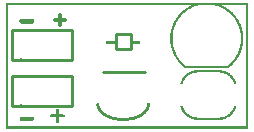
<source format=gto>
G04 MADE WITH FRITZING*
G04 WWW.FRITZING.ORG*
G04 DOUBLE SIDED*
G04 HOLES PLATED*
G04 CONTOUR ON CENTER OF CONTOUR VECTOR*
%ASAXBY*%
%FSLAX23Y23*%
%MOIN*%
%OFA0B0*%
%SFA1.0B1.0*%
%ADD10C,0.008000*%
%ADD11C,0.010000*%
%ADD12R,0.001000X0.001000*%
%LNSILK1*%
G90*
G70*
G54D10*
X635Y192D02*
X714Y192D01*
D02*
X714Y34D02*
X635Y34D01*
G54D11*
D02*
X323Y190D02*
X463Y190D01*
D02*
X415Y265D02*
X365Y265D01*
D02*
X365Y265D02*
X365Y315D01*
D02*
X365Y315D02*
X415Y315D01*
D02*
X415Y315D02*
X415Y265D01*
D02*
X18Y76D02*
X218Y76D01*
D02*
X218Y76D02*
X218Y176D01*
D02*
X218Y176D02*
X18Y176D01*
D02*
X18Y176D02*
X18Y76D01*
D02*
X20Y230D02*
X220Y230D01*
D02*
X220Y230D02*
X220Y330D01*
D02*
X220Y330D02*
X20Y330D01*
D02*
X20Y330D02*
X20Y230D01*
G54D12*
X0Y421D02*
X807Y421D01*
X0Y420D02*
X807Y420D01*
X0Y419D02*
X807Y419D01*
X0Y418D02*
X807Y418D01*
X0Y417D02*
X807Y417D01*
X0Y416D02*
X807Y416D01*
X0Y415D02*
X807Y415D01*
X0Y414D02*
X807Y414D01*
X0Y413D02*
X7Y413D01*
X620Y413D02*
X645Y413D01*
X693Y413D02*
X717Y413D01*
X800Y413D02*
X807Y413D01*
X0Y412D02*
X7Y412D01*
X618Y412D02*
X640Y412D01*
X697Y412D02*
X719Y412D01*
X800Y412D02*
X807Y412D01*
X0Y411D02*
X7Y411D01*
X616Y411D02*
X636Y411D01*
X701Y411D02*
X721Y411D01*
X800Y411D02*
X807Y411D01*
X0Y410D02*
X7Y410D01*
X614Y410D02*
X633Y410D01*
X704Y410D02*
X723Y410D01*
X800Y410D02*
X807Y410D01*
X0Y409D02*
X7Y409D01*
X612Y409D02*
X630Y409D01*
X707Y409D02*
X725Y409D01*
X800Y409D02*
X807Y409D01*
X0Y408D02*
X7Y408D01*
X610Y408D02*
X627Y408D01*
X709Y408D02*
X727Y408D01*
X800Y408D02*
X807Y408D01*
X0Y407D02*
X7Y407D01*
X608Y407D02*
X625Y407D01*
X712Y407D02*
X729Y407D01*
X800Y407D02*
X807Y407D01*
X0Y406D02*
X7Y406D01*
X606Y406D02*
X622Y406D01*
X714Y406D02*
X730Y406D01*
X800Y406D02*
X807Y406D01*
X0Y405D02*
X7Y405D01*
X605Y405D02*
X620Y405D01*
X717Y405D02*
X732Y405D01*
X800Y405D02*
X807Y405D01*
X0Y404D02*
X7Y404D01*
X603Y404D02*
X618Y404D01*
X719Y404D02*
X734Y404D01*
X800Y404D02*
X807Y404D01*
X0Y403D02*
X7Y403D01*
X602Y403D02*
X616Y403D01*
X721Y403D02*
X735Y403D01*
X800Y403D02*
X807Y403D01*
X0Y402D02*
X7Y402D01*
X600Y402D02*
X614Y402D01*
X723Y402D02*
X737Y402D01*
X800Y402D02*
X807Y402D01*
X0Y401D02*
X7Y401D01*
X599Y401D02*
X612Y401D01*
X724Y401D02*
X738Y401D01*
X800Y401D02*
X807Y401D01*
X0Y400D02*
X7Y400D01*
X597Y400D02*
X610Y400D01*
X726Y400D02*
X740Y400D01*
X800Y400D02*
X807Y400D01*
X0Y399D02*
X7Y399D01*
X596Y399D02*
X609Y399D01*
X728Y399D02*
X741Y399D01*
X800Y399D02*
X807Y399D01*
X0Y398D02*
X7Y398D01*
X595Y398D02*
X607Y398D01*
X729Y398D02*
X742Y398D01*
X800Y398D02*
X807Y398D01*
X0Y397D02*
X7Y397D01*
X593Y397D02*
X606Y397D01*
X731Y397D02*
X743Y397D01*
X800Y397D02*
X807Y397D01*
X0Y396D02*
X7Y396D01*
X592Y396D02*
X604Y396D01*
X733Y396D02*
X745Y396D01*
X800Y396D02*
X807Y396D01*
X0Y395D02*
X7Y395D01*
X591Y395D02*
X603Y395D01*
X734Y395D02*
X746Y395D01*
X800Y395D02*
X807Y395D01*
X0Y394D02*
X7Y394D01*
X590Y394D02*
X601Y394D01*
X735Y394D02*
X747Y394D01*
X800Y394D02*
X807Y394D01*
X0Y393D02*
X7Y393D01*
X588Y393D02*
X600Y393D01*
X737Y393D02*
X748Y393D01*
X800Y393D02*
X807Y393D01*
X0Y392D02*
X7Y392D01*
X587Y392D02*
X599Y392D01*
X738Y392D02*
X749Y392D01*
X800Y392D02*
X807Y392D01*
X0Y391D02*
X7Y391D01*
X586Y391D02*
X597Y391D01*
X739Y391D02*
X751Y391D01*
X800Y391D02*
X807Y391D01*
X0Y390D02*
X7Y390D01*
X585Y390D02*
X596Y390D01*
X741Y390D02*
X752Y390D01*
X800Y390D02*
X807Y390D01*
X0Y389D02*
X7Y389D01*
X584Y389D02*
X595Y389D01*
X742Y389D02*
X753Y389D01*
X800Y389D02*
X807Y389D01*
X0Y388D02*
X7Y388D01*
X583Y388D02*
X594Y388D01*
X743Y388D02*
X754Y388D01*
X800Y388D02*
X807Y388D01*
X0Y387D02*
X7Y387D01*
X177Y387D02*
X181Y387D01*
X582Y387D02*
X592Y387D01*
X744Y387D02*
X755Y387D01*
X800Y387D02*
X807Y387D01*
X0Y386D02*
X7Y386D01*
X176Y386D02*
X182Y386D01*
X581Y386D02*
X591Y386D01*
X745Y386D02*
X756Y386D01*
X800Y386D02*
X807Y386D01*
X0Y385D02*
X7Y385D01*
X175Y385D02*
X183Y385D01*
X580Y385D02*
X590Y385D01*
X746Y385D02*
X757Y385D01*
X800Y385D02*
X807Y385D01*
X0Y384D02*
X7Y384D01*
X175Y384D02*
X183Y384D01*
X579Y384D02*
X589Y384D01*
X748Y384D02*
X757Y384D01*
X800Y384D02*
X807Y384D01*
X0Y383D02*
X7Y383D01*
X174Y383D02*
X183Y383D01*
X578Y383D02*
X588Y383D01*
X749Y383D02*
X758Y383D01*
X800Y383D02*
X807Y383D01*
X0Y382D02*
X7Y382D01*
X174Y382D02*
X184Y382D01*
X577Y382D02*
X587Y382D01*
X750Y382D02*
X759Y382D01*
X800Y382D02*
X807Y382D01*
X0Y381D02*
X7Y381D01*
X174Y381D02*
X184Y381D01*
X577Y381D02*
X586Y381D01*
X751Y381D02*
X760Y381D01*
X800Y381D02*
X807Y381D01*
X0Y380D02*
X7Y380D01*
X174Y380D02*
X184Y380D01*
X576Y380D02*
X585Y380D01*
X752Y380D02*
X761Y380D01*
X800Y380D02*
X807Y380D01*
X0Y379D02*
X7Y379D01*
X174Y379D02*
X184Y379D01*
X575Y379D02*
X584Y379D01*
X752Y379D02*
X762Y379D01*
X800Y379D02*
X807Y379D01*
X0Y378D02*
X7Y378D01*
X174Y378D02*
X184Y378D01*
X574Y378D02*
X583Y378D01*
X753Y378D02*
X763Y378D01*
X800Y378D02*
X807Y378D01*
X0Y377D02*
X7Y377D01*
X174Y377D02*
X184Y377D01*
X573Y377D02*
X583Y377D01*
X754Y377D02*
X764Y377D01*
X800Y377D02*
X807Y377D01*
X0Y376D02*
X7Y376D01*
X174Y376D02*
X184Y376D01*
X572Y376D02*
X582Y376D01*
X755Y376D02*
X764Y376D01*
X800Y376D02*
X807Y376D01*
X0Y375D02*
X7Y375D01*
X174Y375D02*
X184Y375D01*
X572Y375D02*
X581Y375D01*
X756Y375D02*
X765Y375D01*
X800Y375D02*
X807Y375D01*
X0Y374D02*
X7Y374D01*
X174Y374D02*
X184Y374D01*
X571Y374D02*
X580Y374D01*
X757Y374D02*
X766Y374D01*
X800Y374D02*
X807Y374D01*
X0Y373D02*
X7Y373D01*
X174Y373D02*
X184Y373D01*
X570Y373D02*
X579Y373D01*
X758Y373D02*
X767Y373D01*
X800Y373D02*
X807Y373D01*
X0Y372D02*
X7Y372D01*
X174Y372D02*
X184Y372D01*
X570Y372D02*
X578Y372D01*
X759Y372D02*
X767Y372D01*
X800Y372D02*
X807Y372D01*
X0Y371D02*
X7Y371D01*
X174Y371D02*
X184Y371D01*
X569Y371D02*
X578Y371D01*
X759Y371D02*
X768Y371D01*
X800Y371D02*
X807Y371D01*
X0Y370D02*
X7Y370D01*
X174Y370D02*
X184Y370D01*
X568Y370D02*
X577Y370D01*
X760Y370D02*
X769Y370D01*
X800Y370D02*
X807Y370D01*
X0Y369D02*
X7Y369D01*
X174Y369D02*
X184Y369D01*
X567Y369D02*
X576Y369D01*
X761Y369D02*
X769Y369D01*
X800Y369D02*
X807Y369D01*
X0Y368D02*
X7Y368D01*
X160Y368D02*
X198Y368D01*
X567Y368D02*
X575Y368D01*
X762Y368D02*
X770Y368D01*
X800Y368D02*
X807Y368D01*
X0Y367D02*
X7Y367D01*
X157Y367D02*
X201Y367D01*
X566Y367D02*
X575Y367D01*
X762Y367D02*
X771Y367D01*
X800Y367D02*
X807Y367D01*
X0Y366D02*
X7Y366D01*
X48Y366D02*
X90Y366D01*
X156Y366D02*
X202Y366D01*
X566Y366D02*
X574Y366D01*
X763Y366D02*
X771Y366D01*
X800Y366D02*
X807Y366D01*
X0Y365D02*
X7Y365D01*
X46Y365D02*
X91Y365D01*
X155Y365D02*
X203Y365D01*
X565Y365D02*
X573Y365D01*
X764Y365D02*
X772Y365D01*
X800Y365D02*
X807Y365D01*
X0Y364D02*
X7Y364D01*
X45Y364D02*
X92Y364D01*
X155Y364D02*
X203Y364D01*
X564Y364D02*
X573Y364D01*
X764Y364D02*
X772Y364D01*
X800Y364D02*
X807Y364D01*
X0Y363D02*
X7Y363D01*
X45Y363D02*
X93Y363D01*
X155Y363D02*
X203Y363D01*
X564Y363D02*
X572Y363D01*
X765Y363D02*
X773Y363D01*
X800Y363D02*
X807Y363D01*
X0Y362D02*
X7Y362D01*
X44Y362D02*
X93Y362D01*
X155Y362D02*
X203Y362D01*
X563Y362D02*
X571Y362D01*
X766Y362D02*
X774Y362D01*
X800Y362D02*
X807Y362D01*
X0Y361D02*
X7Y361D01*
X44Y361D02*
X93Y361D01*
X155Y361D02*
X203Y361D01*
X563Y361D02*
X571Y361D01*
X766Y361D02*
X774Y361D01*
X800Y361D02*
X807Y361D01*
X0Y360D02*
X7Y360D01*
X44Y360D02*
X93Y360D01*
X156Y360D02*
X202Y360D01*
X562Y360D02*
X570Y360D01*
X767Y360D02*
X775Y360D01*
X800Y360D02*
X807Y360D01*
X0Y359D02*
X7Y359D01*
X44Y359D02*
X93Y359D01*
X157Y359D02*
X201Y359D01*
X561Y359D02*
X569Y359D01*
X767Y359D02*
X775Y359D01*
X800Y359D02*
X807Y359D01*
X0Y358D02*
X7Y358D01*
X44Y358D02*
X93Y358D01*
X159Y358D02*
X199Y358D01*
X561Y358D02*
X569Y358D01*
X768Y358D02*
X776Y358D01*
X800Y358D02*
X807Y358D01*
X0Y357D02*
X7Y357D01*
X44Y357D02*
X93Y357D01*
X174Y357D02*
X184Y357D01*
X560Y357D02*
X568Y357D01*
X769Y357D02*
X776Y357D01*
X800Y357D02*
X807Y357D01*
X0Y356D02*
X7Y356D01*
X45Y356D02*
X93Y356D01*
X174Y356D02*
X184Y356D01*
X560Y356D02*
X568Y356D01*
X769Y356D02*
X777Y356D01*
X800Y356D02*
X807Y356D01*
X0Y355D02*
X7Y355D01*
X45Y355D02*
X93Y355D01*
X174Y355D02*
X184Y355D01*
X559Y355D02*
X567Y355D01*
X770Y355D02*
X777Y355D01*
X800Y355D02*
X807Y355D01*
X0Y354D02*
X7Y354D01*
X45Y354D02*
X92Y354D01*
X174Y354D02*
X184Y354D01*
X559Y354D02*
X567Y354D01*
X770Y354D02*
X778Y354D01*
X800Y354D02*
X807Y354D01*
X0Y353D02*
X7Y353D01*
X46Y353D02*
X91Y353D01*
X174Y353D02*
X184Y353D01*
X558Y353D02*
X566Y353D01*
X771Y353D02*
X778Y353D01*
X800Y353D02*
X807Y353D01*
X0Y352D02*
X7Y352D01*
X49Y352D02*
X88Y352D01*
X174Y352D02*
X184Y352D01*
X558Y352D02*
X566Y352D01*
X771Y352D02*
X779Y352D01*
X800Y352D02*
X807Y352D01*
X0Y351D02*
X7Y351D01*
X174Y351D02*
X184Y351D01*
X558Y351D02*
X565Y351D01*
X772Y351D02*
X779Y351D01*
X800Y351D02*
X807Y351D01*
X0Y350D02*
X7Y350D01*
X174Y350D02*
X184Y350D01*
X557Y350D02*
X565Y350D01*
X772Y350D02*
X780Y350D01*
X800Y350D02*
X807Y350D01*
X0Y349D02*
X7Y349D01*
X174Y349D02*
X184Y349D01*
X557Y349D02*
X564Y349D01*
X773Y349D02*
X780Y349D01*
X800Y349D02*
X807Y349D01*
X0Y348D02*
X7Y348D01*
X174Y348D02*
X184Y348D01*
X556Y348D02*
X564Y348D01*
X773Y348D02*
X781Y348D01*
X800Y348D02*
X807Y348D01*
X0Y347D02*
X7Y347D01*
X174Y347D02*
X184Y347D01*
X556Y347D02*
X563Y347D01*
X774Y347D02*
X781Y347D01*
X800Y347D02*
X807Y347D01*
X0Y346D02*
X7Y346D01*
X174Y346D02*
X184Y346D01*
X555Y346D02*
X563Y346D01*
X774Y346D02*
X781Y346D01*
X800Y346D02*
X807Y346D01*
X0Y345D02*
X7Y345D01*
X174Y345D02*
X184Y345D01*
X555Y345D02*
X562Y345D01*
X774Y345D02*
X782Y345D01*
X800Y345D02*
X807Y345D01*
X0Y344D02*
X7Y344D01*
X174Y344D02*
X184Y344D01*
X555Y344D02*
X562Y344D01*
X775Y344D02*
X782Y344D01*
X800Y344D02*
X807Y344D01*
X0Y343D02*
X7Y343D01*
X174Y343D02*
X183Y343D01*
X554Y343D02*
X562Y343D01*
X775Y343D02*
X782Y343D01*
X800Y343D02*
X807Y343D01*
X0Y342D02*
X7Y342D01*
X175Y342D02*
X183Y342D01*
X554Y342D02*
X561Y342D01*
X776Y342D02*
X783Y342D01*
X800Y342D02*
X807Y342D01*
X0Y341D02*
X7Y341D01*
X175Y341D02*
X183Y341D01*
X554Y341D02*
X561Y341D01*
X776Y341D02*
X783Y341D01*
X800Y341D02*
X807Y341D01*
X0Y340D02*
X7Y340D01*
X176Y340D02*
X182Y340D01*
X553Y340D02*
X560Y340D01*
X776Y340D02*
X784Y340D01*
X800Y340D02*
X807Y340D01*
X0Y339D02*
X7Y339D01*
X177Y339D02*
X181Y339D01*
X553Y339D02*
X560Y339D01*
X777Y339D02*
X784Y339D01*
X800Y339D02*
X807Y339D01*
X0Y338D02*
X7Y338D01*
X553Y338D02*
X560Y338D01*
X777Y338D02*
X784Y338D01*
X800Y338D02*
X807Y338D01*
X0Y337D02*
X7Y337D01*
X552Y337D02*
X559Y337D01*
X777Y337D02*
X784Y337D01*
X800Y337D02*
X807Y337D01*
X0Y336D02*
X7Y336D01*
X552Y336D02*
X559Y336D01*
X778Y336D02*
X785Y336D01*
X800Y336D02*
X807Y336D01*
X0Y335D02*
X7Y335D01*
X552Y335D02*
X559Y335D01*
X778Y335D02*
X785Y335D01*
X800Y335D02*
X807Y335D01*
X0Y334D02*
X7Y334D01*
X551Y334D02*
X558Y334D01*
X778Y334D02*
X785Y334D01*
X800Y334D02*
X807Y334D01*
X0Y333D02*
X7Y333D01*
X551Y333D02*
X558Y333D01*
X779Y333D02*
X786Y333D01*
X800Y333D02*
X807Y333D01*
X0Y332D02*
X7Y332D01*
X551Y332D02*
X558Y332D01*
X779Y332D02*
X786Y332D01*
X800Y332D02*
X807Y332D01*
X0Y331D02*
X7Y331D01*
X551Y331D02*
X558Y331D01*
X779Y331D02*
X786Y331D01*
X800Y331D02*
X807Y331D01*
X0Y330D02*
X7Y330D01*
X550Y330D02*
X557Y330D01*
X779Y330D02*
X786Y330D01*
X800Y330D02*
X807Y330D01*
X0Y329D02*
X7Y329D01*
X550Y329D02*
X557Y329D01*
X780Y329D02*
X787Y329D01*
X800Y329D02*
X807Y329D01*
X0Y328D02*
X7Y328D01*
X550Y328D02*
X557Y328D01*
X780Y328D02*
X787Y328D01*
X800Y328D02*
X807Y328D01*
X0Y327D02*
X7Y327D01*
X550Y327D02*
X557Y327D01*
X780Y327D02*
X787Y327D01*
X800Y327D02*
X807Y327D01*
X0Y326D02*
X7Y326D01*
X550Y326D02*
X556Y326D01*
X780Y326D02*
X787Y326D01*
X800Y326D02*
X807Y326D01*
X0Y325D02*
X7Y325D01*
X549Y325D02*
X556Y325D01*
X780Y325D02*
X788Y325D01*
X800Y325D02*
X807Y325D01*
X0Y324D02*
X7Y324D01*
X549Y324D02*
X556Y324D01*
X781Y324D02*
X788Y324D01*
X800Y324D02*
X807Y324D01*
X0Y323D02*
X7Y323D01*
X549Y323D02*
X556Y323D01*
X781Y323D02*
X788Y323D01*
X800Y323D02*
X807Y323D01*
X0Y322D02*
X7Y322D01*
X549Y322D02*
X556Y322D01*
X781Y322D02*
X788Y322D01*
X800Y322D02*
X807Y322D01*
X0Y321D02*
X7Y321D01*
X549Y321D02*
X555Y321D01*
X781Y321D02*
X788Y321D01*
X800Y321D02*
X807Y321D01*
X0Y320D02*
X7Y320D01*
X548Y320D02*
X555Y320D01*
X781Y320D02*
X788Y320D01*
X800Y320D02*
X807Y320D01*
X0Y319D02*
X7Y319D01*
X548Y319D02*
X555Y319D01*
X782Y319D02*
X789Y319D01*
X800Y319D02*
X807Y319D01*
X0Y318D02*
X7Y318D01*
X548Y318D02*
X555Y318D01*
X782Y318D02*
X789Y318D01*
X800Y318D02*
X807Y318D01*
X0Y317D02*
X7Y317D01*
X548Y317D02*
X555Y317D01*
X782Y317D02*
X789Y317D01*
X800Y317D02*
X807Y317D01*
X0Y316D02*
X7Y316D01*
X548Y316D02*
X555Y316D01*
X782Y316D02*
X789Y316D01*
X800Y316D02*
X807Y316D01*
X0Y315D02*
X7Y315D01*
X548Y315D02*
X555Y315D01*
X782Y315D02*
X789Y315D01*
X800Y315D02*
X807Y315D01*
X0Y314D02*
X7Y314D01*
X548Y314D02*
X554Y314D01*
X782Y314D02*
X789Y314D01*
X800Y314D02*
X807Y314D01*
X0Y313D02*
X7Y313D01*
X548Y313D02*
X554Y313D01*
X782Y313D02*
X789Y313D01*
X800Y313D02*
X807Y313D01*
X0Y312D02*
X7Y312D01*
X547Y312D02*
X554Y312D01*
X782Y312D02*
X789Y312D01*
X800Y312D02*
X807Y312D01*
X0Y311D02*
X7Y311D01*
X547Y311D02*
X554Y311D01*
X783Y311D02*
X789Y311D01*
X800Y311D02*
X807Y311D01*
X0Y310D02*
X7Y310D01*
X547Y310D02*
X554Y310D01*
X783Y310D02*
X790Y310D01*
X800Y310D02*
X807Y310D01*
X0Y309D02*
X7Y309D01*
X547Y309D02*
X554Y309D01*
X783Y309D02*
X790Y309D01*
X800Y309D02*
X807Y309D01*
X0Y308D02*
X7Y308D01*
X547Y308D02*
X554Y308D01*
X783Y308D02*
X790Y308D01*
X800Y308D02*
X807Y308D01*
X0Y307D02*
X7Y307D01*
X547Y307D02*
X554Y307D01*
X783Y307D02*
X790Y307D01*
X800Y307D02*
X807Y307D01*
X0Y306D02*
X7Y306D01*
X547Y306D02*
X554Y306D01*
X783Y306D02*
X790Y306D01*
X800Y306D02*
X807Y306D01*
X0Y305D02*
X7Y305D01*
X547Y305D02*
X554Y305D01*
X783Y305D02*
X790Y305D01*
X800Y305D02*
X807Y305D01*
X0Y304D02*
X7Y304D01*
X547Y304D02*
X554Y304D01*
X783Y304D02*
X790Y304D01*
X800Y304D02*
X807Y304D01*
X0Y303D02*
X7Y303D01*
X547Y303D02*
X554Y303D01*
X783Y303D02*
X790Y303D01*
X800Y303D02*
X807Y303D01*
X0Y302D02*
X7Y302D01*
X547Y302D02*
X554Y302D01*
X783Y302D02*
X790Y302D01*
X800Y302D02*
X807Y302D01*
X0Y301D02*
X7Y301D01*
X547Y301D02*
X554Y301D01*
X783Y301D02*
X790Y301D01*
X800Y301D02*
X807Y301D01*
X0Y300D02*
X7Y300D01*
X547Y300D02*
X554Y300D01*
X783Y300D02*
X790Y300D01*
X800Y300D02*
X807Y300D01*
X0Y299D02*
X7Y299D01*
X547Y299D02*
X554Y299D01*
X783Y299D02*
X790Y299D01*
X800Y299D02*
X807Y299D01*
X0Y298D02*
X7Y298D01*
X547Y298D02*
X554Y298D01*
X783Y298D02*
X790Y298D01*
X800Y298D02*
X807Y298D01*
X0Y297D02*
X7Y297D01*
X547Y297D02*
X554Y297D01*
X783Y297D02*
X790Y297D01*
X800Y297D02*
X807Y297D01*
X0Y296D02*
X7Y296D01*
X547Y296D02*
X554Y296D01*
X783Y296D02*
X790Y296D01*
X800Y296D02*
X807Y296D01*
X0Y295D02*
X7Y295D01*
X547Y295D02*
X554Y295D01*
X783Y295D02*
X790Y295D01*
X800Y295D02*
X807Y295D01*
X0Y294D02*
X7Y294D01*
X332Y294D02*
X364Y294D01*
X415Y294D02*
X446Y294D01*
X547Y294D02*
X554Y294D01*
X783Y294D02*
X790Y294D01*
X800Y294D02*
X807Y294D01*
X0Y293D02*
X7Y293D01*
X332Y293D02*
X364Y293D01*
X415Y293D02*
X446Y293D01*
X547Y293D02*
X554Y293D01*
X783Y293D02*
X790Y293D01*
X800Y293D02*
X807Y293D01*
X0Y292D02*
X7Y292D01*
X332Y292D02*
X364Y292D01*
X415Y292D02*
X446Y292D01*
X547Y292D02*
X554Y292D01*
X783Y292D02*
X789Y292D01*
X800Y292D02*
X807Y292D01*
X0Y291D02*
X7Y291D01*
X332Y291D02*
X364Y291D01*
X415Y291D02*
X446Y291D01*
X547Y291D02*
X554Y291D01*
X783Y291D02*
X789Y291D01*
X800Y291D02*
X807Y291D01*
X0Y290D02*
X7Y290D01*
X332Y290D02*
X364Y290D01*
X415Y290D02*
X446Y290D01*
X547Y290D02*
X554Y290D01*
X782Y290D02*
X789Y290D01*
X800Y290D02*
X807Y290D01*
X0Y289D02*
X7Y289D01*
X332Y289D02*
X364Y289D01*
X415Y289D02*
X446Y289D01*
X548Y289D02*
X554Y289D01*
X782Y289D02*
X789Y289D01*
X800Y289D02*
X807Y289D01*
X0Y288D02*
X7Y288D01*
X332Y288D02*
X364Y288D01*
X415Y288D02*
X446Y288D01*
X548Y288D02*
X555Y288D01*
X782Y288D02*
X789Y288D01*
X800Y288D02*
X807Y288D01*
X0Y287D02*
X7Y287D01*
X332Y287D02*
X364Y287D01*
X415Y287D02*
X446Y287D01*
X548Y287D02*
X555Y287D01*
X782Y287D02*
X789Y287D01*
X800Y287D02*
X807Y287D01*
X0Y286D02*
X7Y286D01*
X332Y286D02*
X364Y286D01*
X415Y286D02*
X446Y286D01*
X548Y286D02*
X555Y286D01*
X782Y286D02*
X789Y286D01*
X800Y286D02*
X807Y286D01*
X0Y285D02*
X7Y285D01*
X332Y285D02*
X364Y285D01*
X415Y285D02*
X446Y285D01*
X548Y285D02*
X555Y285D01*
X782Y285D02*
X789Y285D01*
X800Y285D02*
X807Y285D01*
X0Y284D02*
X7Y284D01*
X548Y284D02*
X555Y284D01*
X782Y284D02*
X789Y284D01*
X800Y284D02*
X807Y284D01*
X0Y283D02*
X7Y283D01*
X548Y283D02*
X555Y283D01*
X782Y283D02*
X788Y283D01*
X800Y283D02*
X807Y283D01*
X0Y282D02*
X7Y282D01*
X549Y282D02*
X555Y282D01*
X781Y282D02*
X788Y282D01*
X800Y282D02*
X807Y282D01*
X0Y281D02*
X7Y281D01*
X549Y281D02*
X556Y281D01*
X781Y281D02*
X788Y281D01*
X800Y281D02*
X807Y281D01*
X0Y280D02*
X7Y280D01*
X549Y280D02*
X556Y280D01*
X781Y280D02*
X788Y280D01*
X800Y280D02*
X807Y280D01*
X0Y279D02*
X7Y279D01*
X549Y279D02*
X556Y279D01*
X781Y279D02*
X788Y279D01*
X800Y279D02*
X807Y279D01*
X0Y278D02*
X7Y278D01*
X549Y278D02*
X556Y278D01*
X781Y278D02*
X788Y278D01*
X800Y278D02*
X807Y278D01*
X0Y277D02*
X7Y277D01*
X549Y277D02*
X556Y277D01*
X780Y277D02*
X787Y277D01*
X800Y277D02*
X807Y277D01*
X0Y276D02*
X7Y276D01*
X550Y276D02*
X557Y276D01*
X780Y276D02*
X787Y276D01*
X800Y276D02*
X807Y276D01*
X0Y275D02*
X7Y275D01*
X550Y275D02*
X557Y275D01*
X780Y275D02*
X787Y275D01*
X800Y275D02*
X807Y275D01*
X0Y274D02*
X7Y274D01*
X550Y274D02*
X557Y274D01*
X780Y274D02*
X787Y274D01*
X800Y274D02*
X807Y274D01*
X0Y273D02*
X7Y273D01*
X550Y273D02*
X557Y273D01*
X779Y273D02*
X786Y273D01*
X800Y273D02*
X807Y273D01*
X0Y272D02*
X7Y272D01*
X551Y272D02*
X558Y272D01*
X779Y272D02*
X786Y272D01*
X800Y272D02*
X807Y272D01*
X0Y271D02*
X7Y271D01*
X551Y271D02*
X558Y271D01*
X779Y271D02*
X786Y271D01*
X800Y271D02*
X807Y271D01*
X0Y270D02*
X7Y270D01*
X551Y270D02*
X558Y270D01*
X779Y270D02*
X786Y270D01*
X800Y270D02*
X807Y270D01*
X0Y269D02*
X7Y269D01*
X551Y269D02*
X558Y269D01*
X778Y269D02*
X785Y269D01*
X800Y269D02*
X807Y269D01*
X0Y268D02*
X7Y268D01*
X552Y268D02*
X559Y268D01*
X778Y268D02*
X785Y268D01*
X800Y268D02*
X807Y268D01*
X0Y267D02*
X7Y267D01*
X552Y267D02*
X559Y267D01*
X778Y267D02*
X785Y267D01*
X800Y267D02*
X807Y267D01*
X0Y266D02*
X7Y266D01*
X21Y266D02*
X21Y266D01*
X552Y266D02*
X559Y266D01*
X777Y266D02*
X785Y266D01*
X800Y266D02*
X807Y266D01*
X0Y265D02*
X7Y265D01*
X20Y265D02*
X22Y265D01*
X553Y265D02*
X560Y265D01*
X777Y265D02*
X784Y265D01*
X800Y265D02*
X807Y265D01*
X0Y264D02*
X7Y264D01*
X19Y264D02*
X23Y264D01*
X553Y264D02*
X560Y264D01*
X777Y264D02*
X784Y264D01*
X800Y264D02*
X807Y264D01*
X0Y263D02*
X7Y263D01*
X19Y263D02*
X24Y263D01*
X553Y263D02*
X560Y263D01*
X776Y263D02*
X784Y263D01*
X800Y263D02*
X807Y263D01*
X0Y262D02*
X7Y262D01*
X19Y262D02*
X25Y262D01*
X553Y262D02*
X561Y262D01*
X776Y262D02*
X783Y262D01*
X800Y262D02*
X807Y262D01*
X0Y261D02*
X7Y261D01*
X20Y261D02*
X25Y261D01*
X554Y261D02*
X561Y261D01*
X776Y261D02*
X783Y261D01*
X800Y261D02*
X807Y261D01*
X0Y260D02*
X7Y260D01*
X21Y260D02*
X25Y260D01*
X554Y260D02*
X562Y260D01*
X775Y260D02*
X783Y260D01*
X800Y260D02*
X807Y260D01*
X0Y259D02*
X7Y259D01*
X22Y259D02*
X25Y259D01*
X555Y259D02*
X562Y259D01*
X775Y259D02*
X782Y259D01*
X800Y259D02*
X807Y259D01*
X0Y258D02*
X7Y258D01*
X23Y258D02*
X25Y258D01*
X555Y258D02*
X562Y258D01*
X774Y258D02*
X782Y258D01*
X800Y258D02*
X807Y258D01*
X0Y257D02*
X7Y257D01*
X24Y257D02*
X25Y257D01*
X555Y257D02*
X563Y257D01*
X774Y257D02*
X781Y257D01*
X800Y257D02*
X807Y257D01*
X0Y256D02*
X7Y256D01*
X25Y256D02*
X25Y256D01*
X556Y256D02*
X563Y256D01*
X774Y256D02*
X781Y256D01*
X800Y256D02*
X807Y256D01*
X0Y255D02*
X7Y255D01*
X556Y255D02*
X564Y255D01*
X773Y255D02*
X781Y255D01*
X800Y255D02*
X807Y255D01*
X0Y254D02*
X7Y254D01*
X557Y254D02*
X564Y254D01*
X773Y254D02*
X780Y254D01*
X800Y254D02*
X807Y254D01*
X0Y253D02*
X7Y253D01*
X557Y253D02*
X564Y253D01*
X772Y253D02*
X780Y253D01*
X800Y253D02*
X807Y253D01*
X0Y252D02*
X7Y252D01*
X557Y252D02*
X565Y252D01*
X772Y252D02*
X779Y252D01*
X800Y252D02*
X807Y252D01*
X0Y251D02*
X7Y251D01*
X558Y251D02*
X565Y251D01*
X771Y251D02*
X779Y251D01*
X800Y251D02*
X807Y251D01*
X0Y250D02*
X7Y250D01*
X558Y250D02*
X566Y250D01*
X771Y250D02*
X778Y250D01*
X800Y250D02*
X807Y250D01*
X0Y249D02*
X7Y249D01*
X559Y249D02*
X566Y249D01*
X770Y249D02*
X778Y249D01*
X800Y249D02*
X807Y249D01*
X0Y248D02*
X7Y248D01*
X559Y248D02*
X567Y248D01*
X770Y248D02*
X778Y248D01*
X800Y248D02*
X807Y248D01*
X0Y247D02*
X7Y247D01*
X560Y247D02*
X568Y247D01*
X769Y247D02*
X777Y247D01*
X800Y247D02*
X807Y247D01*
X0Y246D02*
X7Y246D01*
X560Y246D02*
X568Y246D01*
X769Y246D02*
X776Y246D01*
X800Y246D02*
X807Y246D01*
X0Y245D02*
X7Y245D01*
X561Y245D02*
X569Y245D01*
X768Y245D02*
X776Y245D01*
X800Y245D02*
X807Y245D01*
X0Y244D02*
X7Y244D01*
X561Y244D02*
X569Y244D01*
X767Y244D02*
X775Y244D01*
X800Y244D02*
X807Y244D01*
X0Y243D02*
X7Y243D01*
X562Y243D02*
X570Y243D01*
X767Y243D02*
X775Y243D01*
X800Y243D02*
X807Y243D01*
X0Y242D02*
X7Y242D01*
X562Y242D02*
X570Y242D01*
X766Y242D02*
X774Y242D01*
X800Y242D02*
X807Y242D01*
X0Y241D02*
X7Y241D01*
X563Y241D02*
X571Y241D01*
X766Y241D02*
X774Y241D01*
X800Y241D02*
X807Y241D01*
X0Y240D02*
X7Y240D01*
X564Y240D02*
X572Y240D01*
X765Y240D02*
X773Y240D01*
X800Y240D02*
X807Y240D01*
X0Y239D02*
X7Y239D01*
X564Y239D02*
X572Y239D01*
X764Y239D02*
X773Y239D01*
X800Y239D02*
X807Y239D01*
X0Y238D02*
X7Y238D01*
X565Y238D02*
X573Y238D01*
X764Y238D02*
X772Y238D01*
X800Y238D02*
X807Y238D01*
X0Y237D02*
X7Y237D01*
X565Y237D02*
X574Y237D01*
X763Y237D02*
X771Y237D01*
X800Y237D02*
X807Y237D01*
X0Y236D02*
X7Y236D01*
X566Y236D02*
X574Y236D01*
X762Y236D02*
X771Y236D01*
X800Y236D02*
X807Y236D01*
X0Y235D02*
X7Y235D01*
X46Y235D02*
X53Y235D01*
X567Y235D02*
X575Y235D01*
X762Y235D02*
X770Y235D01*
X800Y235D02*
X807Y235D01*
X0Y234D02*
X7Y234D01*
X47Y234D02*
X54Y234D01*
X567Y234D02*
X576Y234D01*
X761Y234D02*
X770Y234D01*
X800Y234D02*
X807Y234D01*
X0Y233D02*
X7Y233D01*
X48Y233D02*
X55Y233D01*
X568Y233D02*
X576Y233D01*
X760Y233D02*
X769Y233D01*
X800Y233D02*
X807Y233D01*
X0Y232D02*
X7Y232D01*
X49Y232D02*
X55Y232D01*
X569Y232D02*
X577Y232D01*
X759Y232D02*
X768Y232D01*
X800Y232D02*
X807Y232D01*
X0Y231D02*
X7Y231D01*
X50Y231D02*
X55Y231D01*
X569Y231D02*
X578Y231D01*
X759Y231D02*
X767Y231D01*
X800Y231D02*
X807Y231D01*
X0Y230D02*
X7Y230D01*
X51Y230D02*
X54Y230D01*
X570Y230D02*
X579Y230D01*
X758Y230D02*
X767Y230D01*
X800Y230D02*
X807Y230D01*
X0Y229D02*
X7Y229D01*
X52Y229D02*
X53Y229D01*
X571Y229D02*
X580Y229D01*
X757Y229D02*
X766Y229D01*
X800Y229D02*
X807Y229D01*
X0Y228D02*
X7Y228D01*
X572Y228D02*
X580Y228D01*
X756Y228D02*
X765Y228D01*
X800Y228D02*
X807Y228D01*
X0Y227D02*
X7Y227D01*
X572Y227D02*
X581Y227D01*
X755Y227D02*
X764Y227D01*
X800Y227D02*
X807Y227D01*
X0Y226D02*
X7Y226D01*
X573Y226D02*
X582Y226D01*
X755Y226D02*
X764Y226D01*
X800Y226D02*
X807Y226D01*
X0Y225D02*
X7Y225D01*
X574Y225D02*
X583Y225D01*
X754Y225D02*
X763Y225D01*
X800Y225D02*
X807Y225D01*
X0Y224D02*
X7Y224D01*
X575Y224D02*
X584Y224D01*
X753Y224D02*
X762Y224D01*
X800Y224D02*
X807Y224D01*
X0Y223D02*
X7Y223D01*
X576Y223D02*
X585Y223D01*
X752Y223D02*
X761Y223D01*
X800Y223D02*
X807Y223D01*
X0Y222D02*
X7Y222D01*
X576Y222D02*
X586Y222D01*
X751Y222D02*
X760Y222D01*
X800Y222D02*
X807Y222D01*
X0Y221D02*
X7Y221D01*
X577Y221D02*
X587Y221D01*
X750Y221D02*
X760Y221D01*
X800Y221D02*
X807Y221D01*
X0Y220D02*
X7Y220D01*
X578Y220D02*
X588Y220D01*
X749Y220D02*
X759Y220D01*
X800Y220D02*
X807Y220D01*
X0Y219D02*
X7Y219D01*
X579Y219D02*
X589Y219D01*
X748Y219D02*
X758Y219D01*
X800Y219D02*
X807Y219D01*
X0Y218D02*
X7Y218D01*
X580Y218D02*
X590Y218D01*
X747Y218D02*
X757Y218D01*
X800Y218D02*
X807Y218D01*
X0Y217D02*
X7Y217D01*
X581Y217D02*
X591Y217D01*
X746Y217D02*
X756Y217D01*
X800Y217D02*
X807Y217D01*
X0Y216D02*
X7Y216D01*
X582Y216D02*
X592Y216D01*
X744Y216D02*
X755Y216D01*
X800Y216D02*
X807Y216D01*
X0Y215D02*
X7Y215D01*
X583Y215D02*
X593Y215D01*
X743Y215D02*
X754Y215D01*
X800Y215D02*
X807Y215D01*
X0Y214D02*
X7Y214D01*
X584Y214D02*
X595Y214D01*
X742Y214D02*
X753Y214D01*
X800Y214D02*
X807Y214D01*
X0Y213D02*
X7Y213D01*
X585Y213D02*
X596Y213D01*
X741Y213D02*
X752Y213D01*
X800Y213D02*
X807Y213D01*
X0Y212D02*
X7Y212D01*
X586Y212D02*
X597Y212D01*
X740Y212D02*
X751Y212D01*
X800Y212D02*
X807Y212D01*
X0Y211D02*
X7Y211D01*
X587Y211D02*
X598Y211D01*
X738Y211D02*
X750Y211D01*
X800Y211D02*
X807Y211D01*
X0Y210D02*
X7Y210D01*
X588Y210D02*
X749Y210D01*
X800Y210D02*
X807Y210D01*
X0Y209D02*
X7Y209D01*
X589Y209D02*
X747Y209D01*
X800Y209D02*
X807Y209D01*
X0Y208D02*
X7Y208D01*
X590Y208D02*
X746Y208D01*
X800Y208D02*
X807Y208D01*
X0Y207D02*
X7Y207D01*
X592Y207D02*
X745Y207D01*
X800Y207D02*
X807Y207D01*
X0Y206D02*
X7Y206D01*
X593Y206D02*
X744Y206D01*
X800Y206D02*
X807Y206D01*
X0Y205D02*
X7Y205D01*
X594Y205D02*
X743Y205D01*
X800Y205D02*
X807Y205D01*
X0Y204D02*
X7Y204D01*
X596Y204D02*
X741Y204D01*
X800Y204D02*
X807Y204D01*
X0Y203D02*
X7Y203D01*
X800Y203D02*
X807Y203D01*
X0Y202D02*
X7Y202D01*
X800Y202D02*
X807Y202D01*
X0Y201D02*
X7Y201D01*
X800Y201D02*
X807Y201D01*
X0Y200D02*
X7Y200D01*
X800Y200D02*
X807Y200D01*
X0Y199D02*
X7Y199D01*
X800Y199D02*
X807Y199D01*
X0Y198D02*
X7Y198D01*
X800Y198D02*
X807Y198D01*
X0Y197D02*
X7Y197D01*
X800Y197D02*
X807Y197D01*
X0Y196D02*
X7Y196D01*
X800Y196D02*
X807Y196D01*
X0Y195D02*
X7Y195D01*
X627Y195D02*
X634Y195D01*
X714Y195D02*
X720Y195D01*
X800Y195D02*
X807Y195D01*
X0Y194D02*
X7Y194D01*
X623Y194D02*
X634Y194D01*
X714Y194D02*
X725Y194D01*
X800Y194D02*
X807Y194D01*
X0Y193D02*
X7Y193D01*
X620Y193D02*
X634Y193D01*
X714Y193D02*
X728Y193D01*
X800Y193D02*
X807Y193D01*
X0Y192D02*
X7Y192D01*
X617Y192D02*
X634Y192D01*
X714Y192D02*
X731Y192D01*
X800Y192D02*
X807Y192D01*
X0Y191D02*
X7Y191D01*
X615Y191D02*
X634Y191D01*
X714Y191D02*
X733Y191D01*
X800Y191D02*
X807Y191D01*
X0Y190D02*
X7Y190D01*
X613Y190D02*
X634Y190D01*
X714Y190D02*
X735Y190D01*
X800Y190D02*
X807Y190D01*
X0Y189D02*
X7Y189D01*
X611Y189D02*
X634Y189D01*
X714Y189D02*
X737Y189D01*
X800Y189D02*
X807Y189D01*
X0Y188D02*
X7Y188D01*
X609Y188D02*
X634Y188D01*
X714Y188D02*
X739Y188D01*
X800Y188D02*
X807Y188D01*
X0Y187D02*
X7Y187D01*
X607Y187D02*
X627Y187D01*
X721Y187D02*
X741Y187D01*
X800Y187D02*
X807Y187D01*
X0Y186D02*
X7Y186D01*
X606Y186D02*
X623Y186D01*
X725Y186D02*
X742Y186D01*
X800Y186D02*
X807Y186D01*
X0Y185D02*
X7Y185D01*
X604Y185D02*
X620Y185D01*
X728Y185D02*
X744Y185D01*
X800Y185D02*
X807Y185D01*
X0Y184D02*
X7Y184D01*
X603Y184D02*
X617Y184D01*
X731Y184D02*
X745Y184D01*
X800Y184D02*
X807Y184D01*
X0Y183D02*
X7Y183D01*
X602Y183D02*
X615Y183D01*
X733Y183D02*
X746Y183D01*
X800Y183D02*
X807Y183D01*
X0Y182D02*
X7Y182D01*
X600Y182D02*
X613Y182D01*
X735Y182D02*
X747Y182D01*
X800Y182D02*
X807Y182D01*
X0Y181D02*
X7Y181D01*
X599Y181D02*
X611Y181D01*
X737Y181D02*
X749Y181D01*
X800Y181D02*
X807Y181D01*
X0Y180D02*
X7Y180D01*
X598Y180D02*
X610Y180D01*
X738Y180D02*
X750Y180D01*
X800Y180D02*
X807Y180D01*
X0Y179D02*
X7Y179D01*
X597Y179D02*
X608Y179D01*
X740Y179D02*
X751Y179D01*
X800Y179D02*
X807Y179D01*
X0Y178D02*
X7Y178D01*
X596Y178D02*
X607Y178D01*
X741Y178D02*
X752Y178D01*
X800Y178D02*
X807Y178D01*
X0Y177D02*
X7Y177D01*
X595Y177D02*
X605Y177D01*
X743Y177D02*
X753Y177D01*
X800Y177D02*
X807Y177D01*
X0Y176D02*
X7Y176D01*
X594Y176D02*
X604Y176D01*
X744Y176D02*
X754Y176D01*
X800Y176D02*
X807Y176D01*
X0Y175D02*
X7Y175D01*
X593Y175D02*
X603Y175D01*
X745Y175D02*
X755Y175D01*
X800Y175D02*
X807Y175D01*
X0Y174D02*
X7Y174D01*
X592Y174D02*
X602Y174D01*
X746Y174D02*
X755Y174D01*
X800Y174D02*
X807Y174D01*
X0Y173D02*
X7Y173D01*
X592Y173D02*
X601Y173D01*
X747Y173D02*
X756Y173D01*
X800Y173D02*
X807Y173D01*
X0Y172D02*
X7Y172D01*
X591Y172D02*
X600Y172D01*
X748Y172D02*
X757Y172D01*
X800Y172D02*
X807Y172D01*
X0Y171D02*
X7Y171D01*
X590Y171D02*
X599Y171D01*
X749Y171D02*
X758Y171D01*
X800Y171D02*
X807Y171D01*
X0Y170D02*
X7Y170D01*
X589Y170D02*
X598Y170D01*
X750Y170D02*
X759Y170D01*
X800Y170D02*
X807Y170D01*
X0Y169D02*
X7Y169D01*
X589Y169D02*
X597Y169D01*
X751Y169D02*
X759Y169D01*
X800Y169D02*
X807Y169D01*
X0Y168D02*
X7Y168D01*
X588Y168D02*
X596Y168D01*
X751Y168D02*
X760Y168D01*
X800Y168D02*
X807Y168D01*
X0Y167D02*
X7Y167D01*
X587Y167D02*
X596Y167D01*
X752Y167D02*
X761Y167D01*
X800Y167D02*
X807Y167D01*
X0Y166D02*
X7Y166D01*
X587Y166D02*
X595Y166D01*
X753Y166D02*
X761Y166D01*
X800Y166D02*
X807Y166D01*
X0Y165D02*
X7Y165D01*
X586Y165D02*
X594Y165D01*
X754Y165D02*
X762Y165D01*
X800Y165D02*
X807Y165D01*
X0Y164D02*
X7Y164D01*
X586Y164D02*
X594Y164D01*
X754Y164D02*
X762Y164D01*
X800Y164D02*
X807Y164D01*
X0Y163D02*
X7Y163D01*
X585Y163D02*
X593Y163D01*
X755Y163D02*
X763Y163D01*
X800Y163D02*
X807Y163D01*
X0Y162D02*
X7Y162D01*
X585Y162D02*
X592Y162D01*
X755Y162D02*
X763Y162D01*
X800Y162D02*
X807Y162D01*
X0Y161D02*
X7Y161D01*
X584Y161D02*
X592Y161D01*
X756Y161D02*
X764Y161D01*
X800Y161D02*
X807Y161D01*
X0Y160D02*
X7Y160D01*
X584Y160D02*
X591Y160D01*
X757Y160D02*
X764Y160D01*
X800Y160D02*
X807Y160D01*
X0Y159D02*
X7Y159D01*
X583Y159D02*
X591Y159D01*
X757Y159D02*
X765Y159D01*
X800Y159D02*
X807Y159D01*
X0Y158D02*
X7Y158D01*
X583Y158D02*
X590Y158D01*
X757Y158D02*
X765Y158D01*
X800Y158D02*
X807Y158D01*
X0Y157D02*
X7Y157D01*
X582Y157D02*
X590Y157D01*
X758Y157D02*
X765Y157D01*
X800Y157D02*
X807Y157D01*
X0Y156D02*
X7Y156D01*
X582Y156D02*
X589Y156D01*
X758Y156D02*
X766Y156D01*
X800Y156D02*
X807Y156D01*
X0Y155D02*
X7Y155D01*
X582Y155D02*
X589Y155D01*
X759Y155D02*
X766Y155D01*
X800Y155D02*
X807Y155D01*
X0Y154D02*
X7Y154D01*
X581Y154D02*
X589Y154D01*
X759Y154D02*
X767Y154D01*
X800Y154D02*
X807Y154D01*
X0Y153D02*
X7Y153D01*
X581Y153D02*
X588Y153D01*
X759Y153D02*
X767Y153D01*
X800Y153D02*
X807Y153D01*
X0Y152D02*
X7Y152D01*
X581Y152D02*
X588Y152D01*
X760Y152D02*
X767Y152D01*
X800Y152D02*
X807Y152D01*
X0Y151D02*
X7Y151D01*
X580Y151D02*
X588Y151D01*
X760Y151D02*
X767Y151D01*
X800Y151D02*
X807Y151D01*
X0Y150D02*
X7Y150D01*
X580Y150D02*
X585Y150D01*
X763Y150D02*
X768Y150D01*
X800Y150D02*
X807Y150D01*
X0Y149D02*
X7Y149D01*
X800Y149D02*
X807Y149D01*
X0Y148D02*
X7Y148D01*
X800Y148D02*
X807Y148D01*
X0Y147D02*
X7Y147D01*
X800Y147D02*
X807Y147D01*
X0Y146D02*
X7Y146D01*
X800Y146D02*
X807Y146D01*
X0Y145D02*
X7Y145D01*
X800Y145D02*
X807Y145D01*
X0Y144D02*
X7Y144D01*
X800Y144D02*
X807Y144D01*
X0Y143D02*
X7Y143D01*
X800Y143D02*
X807Y143D01*
X0Y142D02*
X7Y142D01*
X800Y142D02*
X807Y142D01*
X0Y141D02*
X7Y141D01*
X800Y141D02*
X807Y141D01*
X0Y140D02*
X7Y140D01*
X800Y140D02*
X807Y140D01*
X0Y139D02*
X7Y139D01*
X800Y139D02*
X807Y139D01*
X0Y138D02*
X7Y138D01*
X800Y138D02*
X807Y138D01*
X0Y137D02*
X7Y137D01*
X800Y137D02*
X807Y137D01*
X0Y136D02*
X7Y136D01*
X800Y136D02*
X807Y136D01*
X0Y135D02*
X7Y135D01*
X800Y135D02*
X807Y135D01*
X0Y134D02*
X7Y134D01*
X800Y134D02*
X807Y134D01*
X0Y133D02*
X7Y133D01*
X800Y133D02*
X807Y133D01*
X0Y132D02*
X7Y132D01*
X800Y132D02*
X807Y132D01*
X0Y131D02*
X7Y131D01*
X800Y131D02*
X807Y131D01*
X0Y130D02*
X7Y130D01*
X800Y130D02*
X807Y130D01*
X0Y129D02*
X7Y129D01*
X800Y129D02*
X807Y129D01*
X0Y128D02*
X7Y128D01*
X800Y128D02*
X807Y128D01*
X0Y127D02*
X7Y127D01*
X800Y127D02*
X807Y127D01*
X0Y126D02*
X7Y126D01*
X800Y126D02*
X807Y126D01*
X0Y125D02*
X7Y125D01*
X800Y125D02*
X807Y125D01*
X0Y124D02*
X7Y124D01*
X800Y124D02*
X807Y124D01*
X0Y123D02*
X7Y123D01*
X800Y123D02*
X807Y123D01*
X0Y122D02*
X7Y122D01*
X800Y122D02*
X807Y122D01*
X0Y121D02*
X7Y121D01*
X800Y121D02*
X807Y121D01*
X0Y120D02*
X7Y120D01*
X800Y120D02*
X807Y120D01*
X0Y119D02*
X7Y119D01*
X800Y119D02*
X807Y119D01*
X0Y118D02*
X7Y118D01*
X800Y118D02*
X807Y118D01*
X0Y117D02*
X7Y117D01*
X800Y117D02*
X807Y117D01*
X0Y116D02*
X7Y116D01*
X800Y116D02*
X807Y116D01*
X0Y115D02*
X7Y115D01*
X800Y115D02*
X807Y115D01*
X0Y114D02*
X7Y114D01*
X800Y114D02*
X807Y114D01*
X0Y113D02*
X7Y113D01*
X20Y113D02*
X20Y113D01*
X800Y113D02*
X807Y113D01*
X0Y112D02*
X7Y112D01*
X19Y112D02*
X21Y112D01*
X800Y112D02*
X807Y112D01*
X0Y111D02*
X7Y111D01*
X18Y111D02*
X22Y111D01*
X800Y111D02*
X807Y111D01*
X0Y110D02*
X7Y110D01*
X17Y110D02*
X23Y110D01*
X800Y110D02*
X807Y110D01*
X0Y109D02*
X7Y109D01*
X18Y109D02*
X23Y109D01*
X800Y109D02*
X807Y109D01*
X0Y108D02*
X7Y108D01*
X19Y108D02*
X23Y108D01*
X800Y108D02*
X807Y108D01*
X0Y107D02*
X7Y107D01*
X20Y107D02*
X23Y107D01*
X800Y107D02*
X807Y107D01*
X0Y106D02*
X7Y106D01*
X21Y106D02*
X23Y106D01*
X800Y106D02*
X807Y106D01*
X0Y105D02*
X7Y105D01*
X22Y105D02*
X23Y105D01*
X800Y105D02*
X807Y105D01*
X0Y104D02*
X7Y104D01*
X23Y104D02*
X23Y104D01*
X800Y104D02*
X807Y104D01*
X0Y103D02*
X7Y103D01*
X800Y103D02*
X807Y103D01*
X0Y102D02*
X7Y102D01*
X800Y102D02*
X807Y102D01*
X0Y101D02*
X7Y101D01*
X800Y101D02*
X807Y101D01*
X0Y100D02*
X7Y100D01*
X800Y100D02*
X807Y100D01*
X0Y99D02*
X7Y99D01*
X800Y99D02*
X807Y99D01*
X0Y98D02*
X7Y98D01*
X800Y98D02*
X807Y98D01*
X0Y97D02*
X7Y97D01*
X800Y97D02*
X807Y97D01*
X0Y96D02*
X7Y96D01*
X800Y96D02*
X807Y96D01*
X0Y95D02*
X7Y95D01*
X800Y95D02*
X807Y95D01*
X0Y94D02*
X7Y94D01*
X800Y94D02*
X807Y94D01*
X0Y93D02*
X7Y93D01*
X800Y93D02*
X807Y93D01*
X0Y92D02*
X7Y92D01*
X800Y92D02*
X807Y92D01*
X0Y91D02*
X7Y91D01*
X800Y91D02*
X807Y91D01*
X0Y90D02*
X7Y90D01*
X800Y90D02*
X807Y90D01*
X0Y89D02*
X7Y89D01*
X800Y89D02*
X807Y89D01*
X0Y88D02*
X7Y88D01*
X472Y88D02*
X473Y88D01*
X800Y88D02*
X807Y88D01*
X0Y87D02*
X7Y87D01*
X471Y87D02*
X475Y87D01*
X800Y87D02*
X807Y87D01*
X0Y86D02*
X7Y86D01*
X307Y86D02*
X309Y86D01*
X471Y86D02*
X478Y86D01*
X800Y86D02*
X807Y86D01*
X0Y85D02*
X7Y85D01*
X303Y85D02*
X309Y85D01*
X470Y85D02*
X479Y85D01*
X800Y85D02*
X807Y85D01*
X0Y84D02*
X7Y84D01*
X301Y84D02*
X309Y84D01*
X470Y84D02*
X479Y84D01*
X800Y84D02*
X807Y84D01*
X0Y83D02*
X7Y83D01*
X301Y83D02*
X310Y83D01*
X470Y83D02*
X479Y83D01*
X800Y83D02*
X807Y83D01*
X0Y82D02*
X7Y82D01*
X45Y82D02*
X51Y82D01*
X301Y82D02*
X310Y82D01*
X470Y82D02*
X479Y82D01*
X800Y82D02*
X807Y82D01*
X0Y81D02*
X7Y81D01*
X46Y81D02*
X52Y81D01*
X301Y81D02*
X310Y81D01*
X470Y81D02*
X479Y81D01*
X800Y81D02*
X807Y81D01*
X0Y80D02*
X7Y80D01*
X47Y80D02*
X53Y80D01*
X301Y80D02*
X310Y80D01*
X470Y80D02*
X479Y80D01*
X800Y80D02*
X807Y80D01*
X0Y79D02*
X7Y79D01*
X48Y79D02*
X54Y79D01*
X301Y79D02*
X310Y79D01*
X470Y79D02*
X479Y79D01*
X800Y79D02*
X807Y79D01*
X0Y78D02*
X7Y78D01*
X49Y78D02*
X54Y78D01*
X301Y78D02*
X310Y78D01*
X470Y78D02*
X479Y78D01*
X800Y78D02*
X807Y78D01*
X0Y77D02*
X7Y77D01*
X50Y77D02*
X53Y77D01*
X301Y77D02*
X310Y77D01*
X469Y77D02*
X478Y77D01*
X580Y77D02*
X584Y77D01*
X764Y77D02*
X767Y77D01*
X800Y77D02*
X807Y77D01*
X0Y76D02*
X7Y76D01*
X51Y76D02*
X52Y76D01*
X301Y76D02*
X311Y76D01*
X469Y76D02*
X478Y76D01*
X580Y76D02*
X588Y76D01*
X760Y76D02*
X767Y76D01*
X800Y76D02*
X807Y76D01*
X0Y75D02*
X7Y75D01*
X302Y75D02*
X311Y75D01*
X469Y75D02*
X478Y75D01*
X581Y75D02*
X588Y75D01*
X760Y75D02*
X767Y75D01*
X800Y75D02*
X807Y75D01*
X0Y74D02*
X7Y74D01*
X302Y74D02*
X311Y74D01*
X468Y74D02*
X478Y74D01*
X581Y74D02*
X588Y74D01*
X760Y74D02*
X767Y74D01*
X800Y74D02*
X807Y74D01*
X0Y73D02*
X7Y73D01*
X302Y73D02*
X312Y73D01*
X468Y73D02*
X477Y73D01*
X581Y73D02*
X589Y73D01*
X759Y73D02*
X767Y73D01*
X800Y73D02*
X807Y73D01*
X0Y72D02*
X7Y72D01*
X303Y72D02*
X312Y72D01*
X468Y72D02*
X477Y72D01*
X582Y72D02*
X589Y72D01*
X759Y72D02*
X766Y72D01*
X800Y72D02*
X807Y72D01*
X0Y71D02*
X7Y71D01*
X303Y71D02*
X313Y71D01*
X467Y71D02*
X477Y71D01*
X582Y71D02*
X589Y71D01*
X758Y71D02*
X766Y71D01*
X800Y71D02*
X807Y71D01*
X0Y70D02*
X7Y70D01*
X303Y70D02*
X313Y70D01*
X467Y70D02*
X476Y70D01*
X582Y70D02*
X590Y70D01*
X758Y70D02*
X766Y70D01*
X800Y70D02*
X807Y70D01*
X0Y69D02*
X7Y69D01*
X304Y69D02*
X314Y69D01*
X466Y69D02*
X476Y69D01*
X583Y69D02*
X590Y69D01*
X758Y69D02*
X765Y69D01*
X800Y69D02*
X807Y69D01*
X0Y68D02*
X7Y68D01*
X304Y68D02*
X314Y68D01*
X466Y68D02*
X476Y68D01*
X583Y68D02*
X591Y68D01*
X757Y68D02*
X765Y68D01*
X800Y68D02*
X807Y68D01*
X0Y67D02*
X7Y67D01*
X167Y67D02*
X172Y67D01*
X305Y67D02*
X315Y67D01*
X465Y67D02*
X475Y67D01*
X583Y67D02*
X591Y67D01*
X757Y67D02*
X764Y67D01*
X800Y67D02*
X807Y67D01*
X0Y66D02*
X7Y66D01*
X166Y66D02*
X173Y66D01*
X305Y66D02*
X315Y66D01*
X464Y66D02*
X475Y66D01*
X584Y66D02*
X592Y66D01*
X756Y66D02*
X764Y66D01*
X800Y66D02*
X807Y66D01*
X0Y65D02*
X7Y65D01*
X165Y65D02*
X174Y65D01*
X306Y65D02*
X316Y65D01*
X464Y65D02*
X474Y65D01*
X584Y65D02*
X592Y65D01*
X756Y65D02*
X763Y65D01*
X800Y65D02*
X807Y65D01*
X0Y64D02*
X7Y64D01*
X165Y64D02*
X174Y64D01*
X306Y64D02*
X317Y64D01*
X463Y64D02*
X473Y64D01*
X585Y64D02*
X593Y64D01*
X755Y64D02*
X763Y64D01*
X800Y64D02*
X807Y64D01*
X0Y63D02*
X7Y63D01*
X165Y63D02*
X174Y63D01*
X307Y63D02*
X318Y63D01*
X462Y63D02*
X473Y63D01*
X585Y63D02*
X593Y63D01*
X754Y63D02*
X762Y63D01*
X800Y63D02*
X807Y63D01*
X0Y62D02*
X7Y62D01*
X165Y62D02*
X174Y62D01*
X307Y62D02*
X319Y62D01*
X461Y62D02*
X472Y62D01*
X586Y62D02*
X594Y62D01*
X754Y62D02*
X762Y62D01*
X800Y62D02*
X807Y62D01*
X0Y61D02*
X7Y61D01*
X165Y61D02*
X174Y61D01*
X308Y61D02*
X319Y61D01*
X460Y61D02*
X472Y61D01*
X587Y61D02*
X595Y61D01*
X753Y61D02*
X761Y61D01*
X800Y61D02*
X807Y61D01*
X0Y60D02*
X7Y60D01*
X165Y60D02*
X174Y60D01*
X309Y60D02*
X320Y60D01*
X459Y60D02*
X471Y60D01*
X587Y60D02*
X595Y60D01*
X752Y60D02*
X761Y60D01*
X800Y60D02*
X807Y60D01*
X0Y59D02*
X7Y59D01*
X165Y59D02*
X174Y59D01*
X310Y59D02*
X322Y59D01*
X458Y59D02*
X470Y59D01*
X588Y59D02*
X596Y59D01*
X752Y59D02*
X760Y59D01*
X800Y59D02*
X807Y59D01*
X0Y58D02*
X7Y58D01*
X165Y58D02*
X174Y58D01*
X310Y58D02*
X323Y58D01*
X457Y58D02*
X469Y58D01*
X588Y58D02*
X597Y58D01*
X751Y58D02*
X759Y58D01*
X800Y58D02*
X807Y58D01*
X0Y57D02*
X7Y57D01*
X165Y57D02*
X174Y57D01*
X311Y57D02*
X324Y57D01*
X456Y57D02*
X469Y57D01*
X589Y57D02*
X598Y57D01*
X750Y57D02*
X759Y57D01*
X800Y57D02*
X807Y57D01*
X0Y56D02*
X7Y56D01*
X165Y56D02*
X174Y56D01*
X312Y56D02*
X325Y56D01*
X455Y56D02*
X468Y56D01*
X590Y56D02*
X599Y56D01*
X749Y56D02*
X758Y56D01*
X800Y56D02*
X807Y56D01*
X0Y55D02*
X7Y55D01*
X165Y55D02*
X174Y55D01*
X313Y55D02*
X326Y55D01*
X454Y55D02*
X467Y55D01*
X591Y55D02*
X600Y55D01*
X748Y55D02*
X757Y55D01*
X800Y55D02*
X807Y55D01*
X0Y54D02*
X7Y54D01*
X165Y54D02*
X174Y54D01*
X314Y54D02*
X328Y54D01*
X452Y54D02*
X466Y54D01*
X591Y54D02*
X601Y54D01*
X747Y54D02*
X756Y54D01*
X800Y54D02*
X807Y54D01*
X0Y53D02*
X7Y53D01*
X165Y53D02*
X174Y53D01*
X315Y53D02*
X329Y53D01*
X451Y53D02*
X465Y53D01*
X592Y53D02*
X602Y53D01*
X746Y53D02*
X756Y53D01*
X800Y53D02*
X807Y53D01*
X0Y52D02*
X7Y52D01*
X165Y52D02*
X174Y52D01*
X316Y52D02*
X331Y52D01*
X449Y52D02*
X464Y52D01*
X593Y52D02*
X603Y52D01*
X745Y52D02*
X755Y52D01*
X800Y52D02*
X807Y52D01*
X0Y51D02*
X7Y51D01*
X165Y51D02*
X174Y51D01*
X317Y51D02*
X332Y51D01*
X448Y51D02*
X463Y51D01*
X594Y51D02*
X604Y51D01*
X744Y51D02*
X754Y51D01*
X800Y51D02*
X807Y51D01*
X0Y50D02*
X7Y50D01*
X165Y50D02*
X174Y50D01*
X318Y50D02*
X334Y50D01*
X446Y50D02*
X462Y50D01*
X595Y50D02*
X605Y50D01*
X743Y50D02*
X753Y50D01*
X800Y50D02*
X807Y50D01*
X0Y49D02*
X7Y49D01*
X165Y49D02*
X174Y49D01*
X319Y49D02*
X336Y49D01*
X444Y49D02*
X461Y49D01*
X596Y49D02*
X606Y49D01*
X742Y49D02*
X752Y49D01*
X800Y49D02*
X807Y49D01*
X0Y48D02*
X7Y48D01*
X149Y48D02*
X190Y48D01*
X320Y48D02*
X337Y48D01*
X442Y48D02*
X460Y48D01*
X597Y48D02*
X608Y48D01*
X740Y48D02*
X751Y48D01*
X800Y48D02*
X807Y48D01*
X0Y47D02*
X7Y47D01*
X147Y47D02*
X192Y47D01*
X321Y47D02*
X339Y47D01*
X440Y47D02*
X458Y47D01*
X598Y47D02*
X609Y47D01*
X739Y47D02*
X750Y47D01*
X800Y47D02*
X807Y47D01*
X0Y46D02*
X7Y46D01*
X146Y46D02*
X193Y46D01*
X323Y46D02*
X342Y46D01*
X438Y46D02*
X457Y46D01*
X599Y46D02*
X611Y46D01*
X737Y46D02*
X749Y46D01*
X800Y46D02*
X807Y46D01*
X0Y45D02*
X7Y45D01*
X146Y45D02*
X194Y45D01*
X324Y45D02*
X344Y45D01*
X436Y45D02*
X456Y45D01*
X600Y45D02*
X613Y45D01*
X735Y45D02*
X748Y45D01*
X800Y45D02*
X807Y45D01*
X0Y44D02*
X7Y44D01*
X145Y44D02*
X194Y44D01*
X326Y44D02*
X346Y44D01*
X433Y44D02*
X454Y44D01*
X601Y44D02*
X614Y44D01*
X733Y44D02*
X746Y44D01*
X800Y44D02*
X807Y44D01*
X0Y43D02*
X7Y43D01*
X145Y43D02*
X194Y43D01*
X327Y43D02*
X349Y43D01*
X431Y43D02*
X453Y43D01*
X603Y43D02*
X617Y43D01*
X731Y43D02*
X745Y43D01*
X800Y43D02*
X807Y43D01*
X0Y42D02*
X7Y42D01*
X145Y42D02*
X194Y42D01*
X329Y42D02*
X352Y42D01*
X428Y42D02*
X451Y42D01*
X604Y42D02*
X619Y42D01*
X729Y42D02*
X744Y42D01*
X800Y42D02*
X807Y42D01*
X0Y41D02*
X7Y41D01*
X47Y41D02*
X91Y41D01*
X146Y41D02*
X193Y41D01*
X330Y41D02*
X355Y41D01*
X425Y41D02*
X449Y41D01*
X605Y41D02*
X622Y41D01*
X726Y41D02*
X742Y41D01*
X800Y41D02*
X807Y41D01*
X0Y40D02*
X7Y40D01*
X46Y40D02*
X92Y40D01*
X146Y40D02*
X193Y40D01*
X332Y40D02*
X359Y40D01*
X421Y40D02*
X448Y40D01*
X607Y40D02*
X626Y40D01*
X722Y40D02*
X741Y40D01*
X800Y40D02*
X807Y40D01*
X0Y39D02*
X7Y39D01*
X45Y39D02*
X93Y39D01*
X148Y39D02*
X192Y39D01*
X334Y39D02*
X363Y39D01*
X417Y39D02*
X446Y39D01*
X609Y39D02*
X632Y39D01*
X716Y39D02*
X739Y39D01*
X800Y39D02*
X807Y39D01*
X0Y38D02*
X7Y38D01*
X45Y38D02*
X93Y38D01*
X165Y38D02*
X174Y38D01*
X336Y38D02*
X369Y38D01*
X411Y38D02*
X444Y38D01*
X610Y38D02*
X634Y38D01*
X714Y38D02*
X737Y38D01*
X800Y38D02*
X807Y38D01*
X0Y37D02*
X7Y37D01*
X45Y37D02*
X93Y37D01*
X165Y37D02*
X174Y37D01*
X338Y37D02*
X376Y37D01*
X403Y37D02*
X441Y37D01*
X612Y37D02*
X634Y37D01*
X714Y37D02*
X736Y37D01*
X800Y37D02*
X807Y37D01*
X0Y36D02*
X7Y36D01*
X45Y36D02*
X93Y36D01*
X165Y36D02*
X174Y36D01*
X340Y36D02*
X439Y36D01*
X614Y36D02*
X634Y36D01*
X714Y36D02*
X733Y36D01*
X800Y36D02*
X807Y36D01*
X0Y35D02*
X7Y35D01*
X45Y35D02*
X93Y35D01*
X165Y35D02*
X174Y35D01*
X343Y35D02*
X437Y35D01*
X617Y35D02*
X634Y35D01*
X714Y35D02*
X731Y35D01*
X800Y35D02*
X807Y35D01*
X0Y34D02*
X7Y34D01*
X45Y34D02*
X93Y34D01*
X165Y34D02*
X174Y34D01*
X346Y34D02*
X434Y34D01*
X619Y34D02*
X634Y34D01*
X714Y34D02*
X729Y34D01*
X800Y34D02*
X807Y34D01*
X0Y33D02*
X7Y33D01*
X45Y33D02*
X93Y33D01*
X165Y33D02*
X174Y33D01*
X348Y33D02*
X431Y33D01*
X622Y33D02*
X634Y33D01*
X714Y33D02*
X725Y33D01*
X800Y33D02*
X807Y33D01*
X0Y32D02*
X7Y32D01*
X45Y32D02*
X93Y32D01*
X165Y32D02*
X174Y32D01*
X352Y32D02*
X428Y32D01*
X626Y32D02*
X634Y32D01*
X714Y32D02*
X721Y32D01*
X800Y32D02*
X807Y32D01*
X0Y31D02*
X7Y31D01*
X45Y31D02*
X93Y31D01*
X165Y31D02*
X174Y31D01*
X355Y31D02*
X425Y31D01*
X633Y31D02*
X634Y31D01*
X714Y31D02*
X715Y31D01*
X800Y31D02*
X807Y31D01*
X0Y30D02*
X7Y30D01*
X45Y30D02*
X93Y30D01*
X165Y30D02*
X174Y30D01*
X359Y30D02*
X421Y30D01*
X800Y30D02*
X807Y30D01*
X0Y29D02*
X7Y29D01*
X46Y29D02*
X92Y29D01*
X165Y29D02*
X174Y29D01*
X364Y29D02*
X416Y29D01*
X800Y29D02*
X807Y29D01*
X0Y28D02*
X7Y28D01*
X48Y28D02*
X90Y28D01*
X165Y28D02*
X174Y28D01*
X369Y28D02*
X410Y28D01*
X800Y28D02*
X807Y28D01*
X0Y27D02*
X7Y27D01*
X165Y27D02*
X174Y27D01*
X378Y27D02*
X402Y27D01*
X800Y27D02*
X807Y27D01*
X0Y26D02*
X7Y26D01*
X165Y26D02*
X174Y26D01*
X800Y26D02*
X807Y26D01*
X0Y25D02*
X7Y25D01*
X165Y25D02*
X174Y25D01*
X800Y25D02*
X807Y25D01*
X0Y24D02*
X7Y24D01*
X165Y24D02*
X174Y24D01*
X800Y24D02*
X807Y24D01*
X0Y23D02*
X7Y23D01*
X165Y23D02*
X174Y23D01*
X800Y23D02*
X807Y23D01*
X0Y22D02*
X7Y22D01*
X165Y22D02*
X174Y22D01*
X800Y22D02*
X807Y22D01*
X0Y21D02*
X7Y21D01*
X166Y21D02*
X173Y21D01*
X800Y21D02*
X807Y21D01*
X0Y20D02*
X7Y20D01*
X166Y20D02*
X173Y20D01*
X800Y20D02*
X807Y20D01*
X0Y19D02*
X7Y19D01*
X168Y19D02*
X171Y19D01*
X800Y19D02*
X807Y19D01*
X0Y18D02*
X7Y18D01*
X800Y18D02*
X807Y18D01*
X0Y17D02*
X7Y17D01*
X800Y17D02*
X807Y17D01*
X0Y16D02*
X7Y16D01*
X800Y16D02*
X807Y16D01*
X0Y15D02*
X7Y15D01*
X800Y15D02*
X807Y15D01*
X0Y14D02*
X7Y14D01*
X800Y14D02*
X807Y14D01*
X0Y13D02*
X7Y13D01*
X800Y13D02*
X807Y13D01*
X0Y12D02*
X7Y12D01*
X800Y12D02*
X807Y12D01*
X0Y11D02*
X7Y11D01*
X800Y11D02*
X807Y11D01*
X0Y10D02*
X7Y10D01*
X800Y10D02*
X807Y10D01*
X0Y9D02*
X7Y9D01*
X800Y9D02*
X807Y9D01*
X0Y8D02*
X807Y8D01*
X0Y7D02*
X807Y7D01*
X0Y6D02*
X807Y6D01*
X0Y5D02*
X807Y5D01*
X0Y4D02*
X807Y4D01*
X0Y3D02*
X807Y3D01*
X0Y2D02*
X807Y2D01*
X0Y1D02*
X807Y1D01*
D02*
G04 End of Silk1*
M02*
</source>
